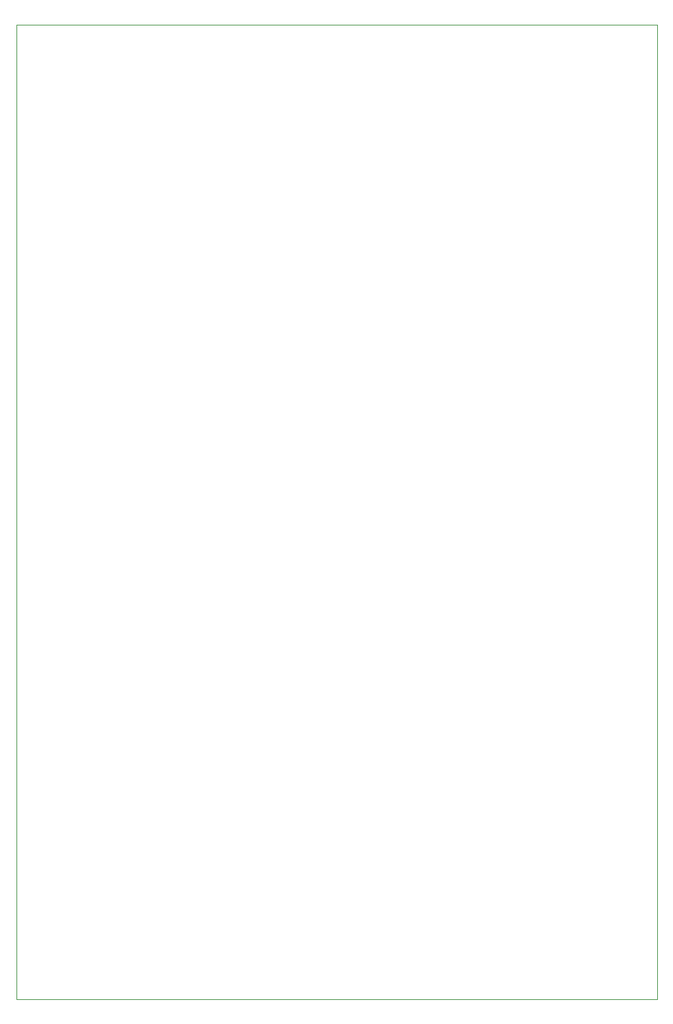
<source format=gbr>
G04 #@! TF.GenerationSoftware,KiCad,Pcbnew,(5.1.9)-1*
G04 #@! TF.CreationDate,2021-01-23T22:28:56+01:00*
G04 #@! TF.ProjectId,SNModule,534e4d6f-6475-46c6-952e-6b696361645f,rev?*
G04 #@! TF.SameCoordinates,Original*
G04 #@! TF.FileFunction,Profile,NP*
%FSLAX46Y46*%
G04 Gerber Fmt 4.6, Leading zero omitted, Abs format (unit mm)*
G04 Created by KiCad (PCBNEW (5.1.9)-1) date 2021-01-23 22:28:56*
%MOMM*%
%LPD*%
G01*
G04 APERTURE LIST*
G04 #@! TA.AperFunction,Profile*
%ADD10C,0.050000*%
G04 #@! TD*
G04 APERTURE END LIST*
D10*
X26000000Y-37000000D02*
X26000000Y-157000000D01*
X105000000Y-37000000D02*
X26000000Y-37000000D01*
X105000000Y-157000000D02*
X105000000Y-37000000D01*
X26000000Y-157000000D02*
X105000000Y-157000000D01*
M02*

</source>
